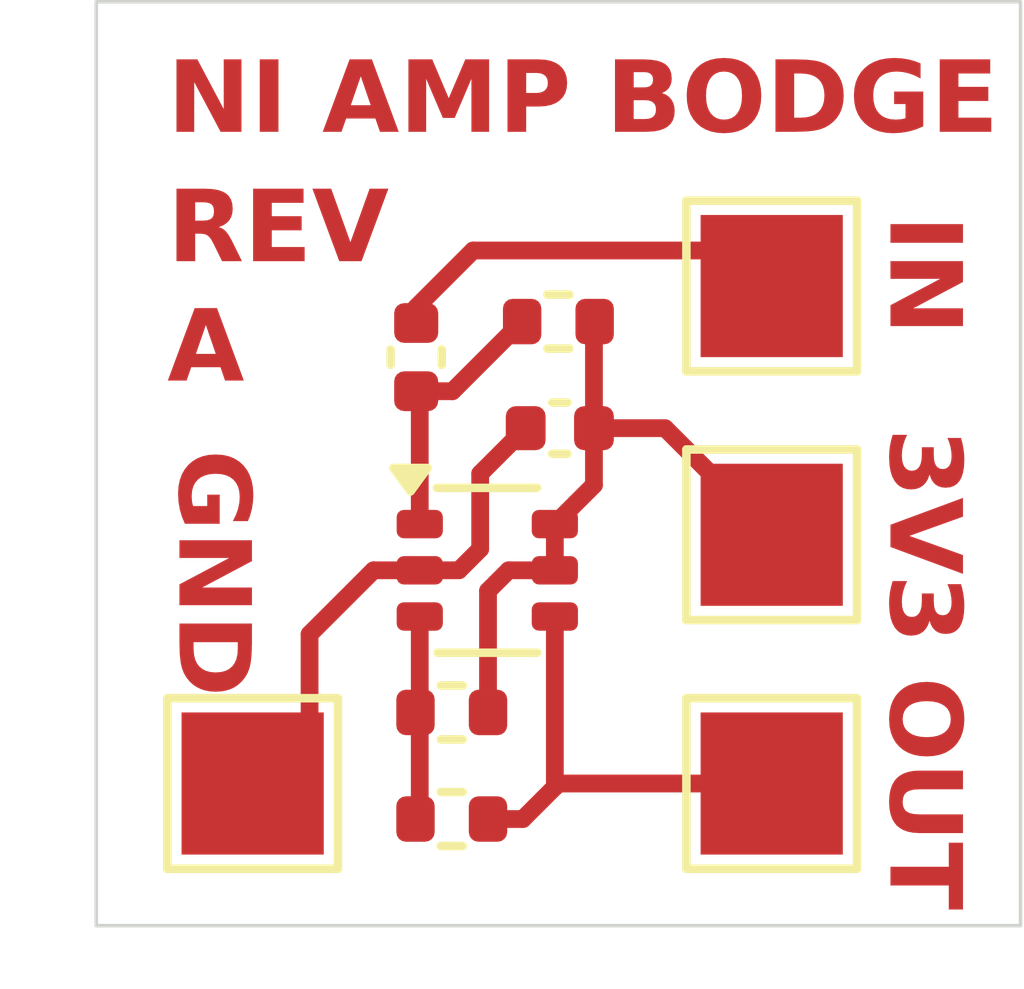
<source format=kicad_pcb>
(kicad_pcb (version 20240108) (generator "pcbnew") (generator_version "8.0")
  (layers (0 "F.Cu" signal) (31 "B.Cu" signal) (34 "B.Paste" user) (35 "F.Paste" user) (36 "B.SilkS" user "B.Silkscreen") (37 "F.SilkS" user "F.Silkscreen") (38 "B.Mask" user) (39 "F.Mask" user) (44 "Edge.Cuts" user))
  (net 0 "")
  (net 1 "GND")
  (net 2 "+3V3")
  (net 3 "Net-(U1-+)")
  (net 4 "Net-(C2-Pad1)")
  (net 5 "Net-(U1--)")
  (net 6 "Net-(R3-Pad2)")
  (footprint "Capacitor_SMD:C_0402_1005Metric" (layer "F.Cu") (at 56.52 56 180)
    (property "Reference" "C1" (hide yes))
    (property "Value" "0.1uF")
    (fp_line (start -0.107836 0.36) (end 0.107836 0.36) (stroke (width 0.12)) (layer "F.SilkS"))
    (fp_line (start -0.107836 -0.36) (end 0.107836 -0.36) (stroke (width 0.12)) (layer "F.SilkS"))
    (pad "1" smd roundrect (at -0.48 0 180) (size 0.56 0.62) (layers "F.Cu" "F.Paste" "F.Mask") (net 2 "+3V3"))
    (pad "2" smd roundrect (at 0.48 0 180) (size 0.56 0.62) (layers "F.Cu" "F.Paste" "F.Mask") (net 1 "GND"))
  )
  (footprint "TestPoint:TestPoint_Pad_2.0x2.0mm" (layer "F.Cu") (at 59.5 57.5)
    (property "Reference" "TP3" (hide yes))
    (property "Value" "TestPoint")
    (fp_line (start -1.2 -1.2) (end 1.2 -1.2) (stroke (width 0.12)) (layer "F.SilkS"))
    (fp_line (start -1.2 1.2) (end -1.2 -1.2) (stroke (width 0.12)) (layer "F.SilkS"))
    (fp_line (start 1.2 -1.2) (end 1.2 1.2) (stroke (width 0.12)) (layer "F.SilkS"))
    (fp_line (start 1.2 1.2) (end -1.2 1.2) (stroke (width 0.12)) (layer "F.SilkS"))
    (pad "1" smd rect (at 0 0) (size 2 2) (layers "F.Cu" "F.Mask") (net 2 "+3V3"))
  )
  (footprint "Resistor_SMD:R_0402_1005Metric" (layer "F.Cu") (at 56.5 54.5 180)
    (property "Reference" "R1" (hide yes))
    (property "Value" "10k")
    (fp_line (start -0.153641 0.38) (end 0.153641 0.38) (stroke (width 0.12)) (layer "F.SilkS"))
    (fp_line (start -0.153641 -0.38) (end 0.153641 -0.38) (stroke (width 0.12)) (layer "F.SilkS"))
    (pad "1" smd roundrect (at -0.509999 0 180) (size 0.54 0.64) (layers "F.Cu" "F.Paste" "F.Mask") (net 2 "+3V3"))
    (pad "2" smd roundrect (at 0.509999 0 180) (size 0.54 0.64) (layers "F.Cu" "F.Paste" "F.Mask") (net 3 "Net-(U1-+)"))
  )
  (footprint "Resistor_SMD:R_0402_1005Metric" (layer "F.Cu") (at 55 60 180)
    (property "Reference" "R2" (hide yes))
    (property "Value" "10k")
    (fp_line (start -0.153641 0.38) (end 0.153641 0.38) (stroke (width 0.12)) (layer "F.SilkS"))
    (fp_line (start -0.153641 -0.38) (end 0.153641 -0.38) (stroke (width 0.12)) (layer "F.SilkS"))
    (pad "1" smd roundrect (at -0.509999 0 180) (size 0.54 0.64) (layers "F.Cu" "F.Paste" "F.Mask") (net 2 "+3V3"))
    (pad "2" smd roundrect (at 0.509999 0 180) (size 0.54 0.64) (layers "F.Cu" "F.Paste" "F.Mask") (net 5 "Net-(U1--)"))
  )
  (footprint "Resistor_SMD:R_0402_1005Metric" (layer "F.Cu") (at 55 61.5)
    (property "Reference" "R3" (hide yes))
    (property "Value" "100k")
    (fp_line (start -0.153641 -0.38) (end 0.153641 -0.38) (stroke (width 0.12)) (layer "F.SilkS"))
    (fp_line (start -0.153641 0.38) (end 0.153641 0.38) (stroke (width 0.12)) (layer "F.SilkS"))
    (pad "1" smd roundrect (at -0.509999 0) (size 0.54 0.64) (layers "F.Cu" "F.Paste" "F.Mask") (net 5 "Net-(U1--)"))
    (pad "2" smd roundrect (at 0.509999 0) (size 0.54 0.64) (layers "F.Cu" "F.Paste" "F.Mask") (net 6 "Net-(R3-Pad2)"))
  )
  (footprint "TestPoint:TestPoint_Pad_2.0x2.0mm" (layer "F.Cu") (at 59.5 54)
    (property "Reference" "TP2" (hide yes))
    (property "Value" "TestPoint")
    (fp_line (start -1.2 -1.2) (end 1.2 -1.2) (stroke (width 0.12)) (layer "F.SilkS"))
    (fp_line (start -1.2 1.2) (end -1.2 -1.2) (stroke (width 0.12)) (layer "F.SilkS"))
    (fp_line (start 1.2 -1.2) (end 1.2 1.2) (stroke (width 0.12)) (layer "F.SilkS"))
    (fp_line (start 1.2 1.2) (end -1.2 1.2) (stroke (width 0.12)) (layer "F.SilkS"))
    (pad "1" smd rect (at 0 0) (size 2 2) (layers "F.Cu" "F.Mask") (net 4 "Net-(C2-Pad1)"))
  )
  (footprint "Capacitor_SMD:C_0402_1005Metric" (layer "F.Cu") (at 54.5 55 -90)
    (property "Reference" "C2" (hide yes))
    (property "Value" "22nF")
    (fp_line (start -0.107836 0.36) (end 0.107836 0.36) (stroke (width 0.12)) (layer "F.SilkS"))
    (fp_line (start -0.107836 -0.36) (end 0.107836 -0.36) (stroke (width 0.12)) (layer "F.SilkS"))
    (pad "1" smd roundrect (at -0.48 0 270) (size 0.56 0.62) (layers "F.Cu" "F.Paste" "F.Mask") (net 4 "Net-(C2-Pad1)"))
    (pad "2" smd roundrect (at 0.48 0 270) (size 0.56 0.62) (layers "F.Cu" "F.Paste" "F.Mask") (net 3 "Net-(U1-+)"))
  )
  (footprint "Package_TO_SOT_SMD:SOT-363_SC-70-6" (layer "F.Cu") (at 55.5 58)
    (property "Reference" "U1" (hide yes))
    (property "Value" "OPA358AIDCKR")
    (fp_line (start -0.71 -1.16) (end 0.7 -1.16) (stroke (width 0.12)) (layer "F.SilkS"))
    (fp_line (start -0.7 1.16) (end 0.7 1.16) (stroke (width 0.12)) (layer "F.SilkS"))
    (fp_poly (pts (xy -1.08 -1.11) (xy -1.32 -1.44) (xy -0.84 -1.44) (xy -1.08 -1.11)) (stroke (width 0.12)) (fill solid) (layer "F.SilkS"))
    (pad "1" smd roundrect (at -0.95 -0.65) (size 0.65 0.4) (layers "F.Cu" "F.Paste" "F.Mask") (net 3 "Net-(U1-+)"))
    (pad "2" smd roundrect (at -0.95 0) (size 0.65 0.4) (layers "F.Cu" "F.Paste" "F.Mask") (net 1 "GND"))
    (pad "3" smd roundrect (at -0.95 0.65) (size 0.65 0.4) (layers "F.Cu" "F.Paste" "F.Mask") (net 5 "Net-(U1--)"))
    (pad "4" smd roundrect (at 0.95 0.65) (size 0.65 0.4) (layers "F.Cu" "F.Paste" "F.Mask") (net 6 "Net-(R3-Pad2)"))
    (pad "5" smd roundrect (at 0.95 0) (size 0.65 0.4) (layers "F.Cu" "F.Paste" "F.Mask") (net 2 "+3V3"))
    (pad "6" smd roundrect (at 0.95 -0.65) (size 0.65 0.4) (layers "F.Cu" "F.Paste" "F.Mask") (net 2 "+3V3"))
  )
  (footprint "TestPoint:TestPoint_Pad_2.0x2.0mm" (layer "F.Cu") (at 59.5 61)
    (property "Reference" "TP1" (hide yes))
    (property "Value" "TestPoint")
    (fp_line (start -1.2 -1.2) (end 1.2 -1.2) (stroke (width 0.12)) (layer "F.SilkS"))
    (fp_line (start -1.2 1.2) (end -1.2 -1.2) (stroke (width 0.12)) (layer "F.SilkS"))
    (fp_line (start 1.2 -1.2) (end 1.2 1.2) (stroke (width 0.12)) (layer "F.SilkS"))
    (fp_line (start 1.2 1.2) (end -1.2 1.2) (stroke (width 0.12)) (layer "F.SilkS"))
    (pad "1" smd rect (at 0 0) (size 2 2) (layers "F.Cu" "F.Mask") (net 6 "Net-(R3-Pad2)"))
  )
  (footprint "TestPoint:TestPoint_Pad_2.0x2.0mm" (layer "F.Cu") (at 52.2 61)
    (property "Reference" "TP4" (hide yes))
    (property "Value" "TestPoint")
    (fp_line (start -1.2 -1.2) (end 1.2 -1.2) (stroke (width 0.12)) (layer "F.SilkS"))
    (fp_line (start -1.2 1.2) (end -1.2 -1.2) (stroke (width 0.12)) (layer "F.SilkS"))
    (fp_line (start 1.2 -1.2) (end 1.2 1.2) (stroke (width 0.12)) (layer "F.SilkS"))
    (fp_line (start 1.2 1.2) (end -1.2 1.2) (stroke (width 0.12)) (layer "F.SilkS"))
    (pad "1" smd rect (at 0 0) (size 2 2) (layers "F.Cu" "F.Mask") (net 1 "GND"))
  )
  (gr_rect (start 50 50) (end 63 63) (stroke (width 0.05)) (fill none) (layer "Edge.Cuts"))
  (gr_text "REV\nA" (at 51 55.5 0) (layer "F.Cu") (effects (font (size 1 1) (thickness 0.25) (bold yes)) (justify left bottom)))
  (gr_text "IN" (at 61 53 -90) (layer "F.Cu") (effects (font (size 1 1) (thickness 0.25) (bold yes)) (justify left bottom)))
  (gr_text "OUT" (at 61 59.5 -90) (layer "F.Cu") (effects (font (size 1 1) (thickness 0.25) (bold yes)) (justify left bottom)))
  (gr_text "GND" (at 51 56.3 -90) (layer "F.Cu") (effects (font (size 1 1) (thickness 0.25) (bold yes)) (justify left bottom)))
  (gr_text "3V3" (at 61 56 -90) (layer "F.Cu") (effects (font (size 1 1) (thickness 0.25) (bold yes)) (justify left bottom)))
  (gr_text "NI AMP BODGE" (at 51 52 0) (layer "F.Cu") (effects (font (size 1 1) (thickness 0.25) (bold yes)) (justify left bottom)))
  (segment (start 54.55 58) (end 53.900418 58) (width 0.25) (layer "F.Cu") (net 1))
  (segment (start 53.000418 60.199582) (end 52.2 61) (width 0.25) (layer "F.Cu") (net 1))
  (segment (start 54.55 58) (end 55.1 58) (width 0.25) (layer "F.Cu") (net 1))
  (segment (start 53.900418 58) (end 53.000418 58.9) (width 0.25) (layer "F.Cu") (net 1))
  (segment (start 53.000418 58.9) (end 53.000418 60.199582) (width 0.25) (layer "F.Cu") (net 1))
  (segment (start 55.1 58) (end 55.4 57.7) (width 0.25) (layer "F.Cu") (net 1))
  (segment (start 55.4 56.64) (end 55.4 57.7) (width 0.25) (layer "F.Cu") (net 1))
  (segment (start 56.04 56) (end 55.4 56.64) (width 0.25) (layer "F.Cu") (net 1))
  (segment (start 55.509999 58.290001) (end 55.509999 60) (width 0.25) (layer "F.Cu") (net 2))
  (segment (start 57 56.8) (end 57 56) (width 0.25) (layer "F.Cu") (net 2))
  (segment (start 58 56) (end 59.5 57.5) (width 0.25) (layer "F.Cu") (net 2))
  (segment (start 56.45 57.35) (end 56.45 58) (width 0.25) (layer "F.Cu") (net 2))
  (segment (start 56.45 58) (end 55.8 58) (width 0.25) (layer "F.Cu") (net 2))
  (segment (start 57 56) (end 58 56) (width 0.25) (layer "F.Cu") (net 2))
  (segment (start 57 56) (end 57 54.509999) (width 0.25) (layer "F.Cu") (net 2))
  (segment (start 57 54.509999) (end 57.009999 54.5) (width 0.25) (layer "F.Cu") (net 2))
  (segment (start 55.8 58) (end 55.509999 58.290001) (width 0.25) (layer "F.Cu") (net 2))
  (segment (start 56.45 57.35) (end 57 56.8) (width 0.25) (layer "F.Cu") (net 2))
  (segment (start 55.990001 54.5) (end 55.010001 55.48) (width 0.25) (layer "F.Cu") (net 3))
  (segment (start 54.55 57.35) (end 54.55 55.53) (width 0.25) (layer "F.Cu") (net 3))
  (segment (start 55.010001 55.48) (end 54.5 55.48) (width 0.25) (layer "F.Cu") (net 3))
  (segment (start 54.55 55.53) (end 54.5 55.48) (width 0.25) (layer "F.Cu") (net 3))
  (segment (start 59.5 54) (end 59 53.5) (width 0.25) (layer "F.Cu") (net 4))
  (segment (start 54.5 54.3) (end 54.5 54.52) (width 0.25) (layer "F.Cu") (net 4))
  (segment (start 55.3 53.5) (end 54.5 54.3) (width 0.25) (layer "F.Cu") (net 4))
  (segment (start 59 53.5) (end 55.3 53.5) (width 0.25) (layer "F.Cu") (net 4))
  (segment (start 54.55 58.65) (end 54.55 61.440001) (width 0.25) (layer "F.Cu") (net 5))
  (segment (start 54.55 61.440001) (end 54.490001 61.5) (width 0.25) (layer "F.Cu") (net 5))
  (segment (start 56.45 61.05) (end 56 61.5) (width 0.25) (layer "F.Cu") (net 6))
  (segment (start 56.45 58.65) (end 56.45 61.05) (width 0.25) (layer "F.Cu") (net 6))
  (segment (start 56 61.5) (end 55.509999 61.5) (width 0.25) (layer "F.Cu") (net 6))
  (segment (start 56.45 61.05) (end 56.5 61) (width 0.25) (layer "F.Cu") (net 6))
  (segment (start 56.5 61) (end 59.5 61) (width 0.25) (layer "F.Cu") (net 6))
)
</source>
